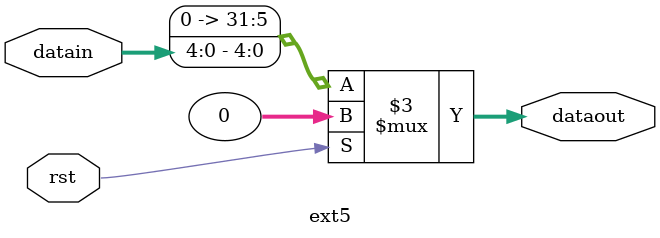
<source format=v>
`timescale 1ns / 1ps


module ext5(
    input [4:0] datain,
    output reg [31:0] dataout,
    input rst
    );
    always@(*)begin
        if(rst)
            dataout <= 0;
        else
            dataout = {27'b0,datain};    
    end
endmodule

</source>
